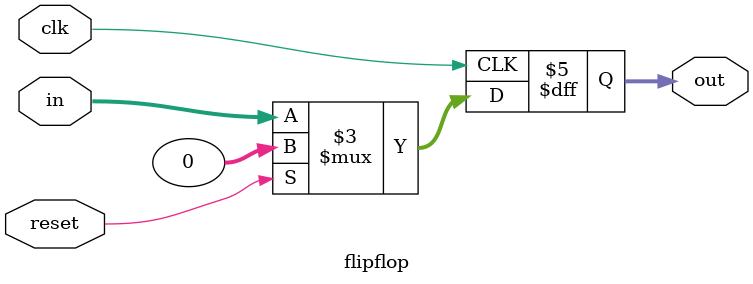
<source format=v>
`timescale 1ns / 1ps
module flipflop(clk,reset,in,out);

    parameter width=32;
    input clk;
    input reset;
    input [width-1:0]in;
    output [width-1:0]out;
    reg [width-1:0]out;
    always@(posedge clk)
        if(reset)out<={width{1'b0}};
        else out<=in;
        
endmodule

</source>
